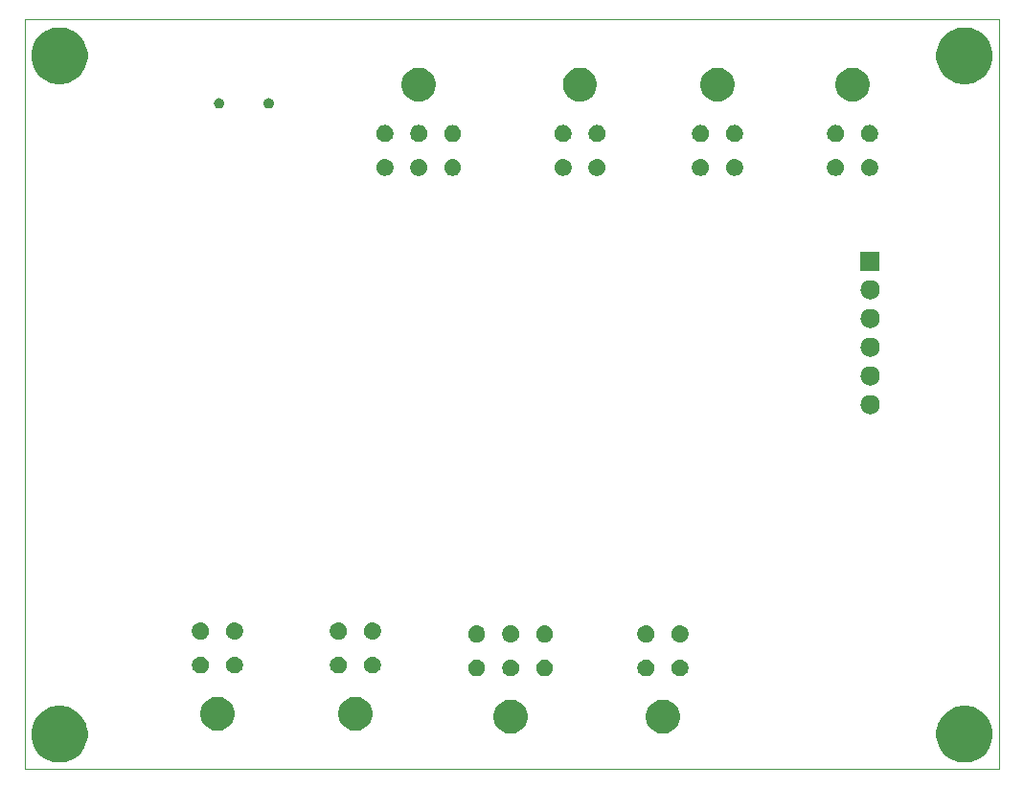
<source format=gbr>
G04 #@! TF.GenerationSoftware,KiCad,Pcbnew,(5.0.2)-1*
G04 #@! TF.CreationDate,2019-05-11T15:19:44-06:00*
G04 #@! TF.ProjectId,AndromedaV2.2,416e6472-6f6d-4656-9461-56322e322e6b,rev?*
G04 #@! TF.SameCoordinates,Original*
G04 #@! TF.FileFunction,Soldermask,Bot*
G04 #@! TF.FilePolarity,Negative*
%FSLAX46Y46*%
G04 Gerber Fmt 4.6, Leading zero omitted, Abs format (unit mm)*
G04 Created by KiCad (PCBNEW (5.0.2)-1) date 2019-05-11 3:19:44 PM*
%MOMM*%
%LPD*%
G01*
G04 APERTURE LIST*
%ADD10C,0.100000*%
G04 APERTURE END LIST*
D10*
X169926000Y-66548000D02*
X169926000Y-67818000D01*
X83820000Y-66548000D02*
X169926000Y-66548000D01*
X83820000Y-67818000D02*
X83820000Y-66548000D01*
X83820000Y-67818000D02*
X83820000Y-132842000D01*
X169926000Y-132842000D02*
X169926000Y-67818000D01*
X83820000Y-132842000D02*
X169926000Y-132842000D01*
G36*
X167436225Y-127358049D02*
X167597223Y-127390074D01*
X167785677Y-127468134D01*
X168052193Y-127578528D01*
X168461660Y-127852126D01*
X168809874Y-128200340D01*
X169083472Y-128609807D01*
X169193866Y-128876323D01*
X169225426Y-128952515D01*
X169271926Y-129064778D01*
X169368000Y-129547770D01*
X169368000Y-130040230D01*
X169271926Y-130523222D01*
X169083472Y-130978193D01*
X168809874Y-131387660D01*
X168461660Y-131735874D01*
X168052193Y-132009472D01*
X167785677Y-132119866D01*
X167597223Y-132197926D01*
X167436225Y-132229951D01*
X167114230Y-132294000D01*
X166621770Y-132294000D01*
X166299775Y-132229951D01*
X166138777Y-132197926D01*
X165950323Y-132119866D01*
X165683807Y-132009472D01*
X165274340Y-131735874D01*
X164926126Y-131387660D01*
X164652528Y-130978193D01*
X164464074Y-130523222D01*
X164368000Y-130040230D01*
X164368000Y-129547770D01*
X164464074Y-129064778D01*
X164510575Y-128952515D01*
X164542134Y-128876323D01*
X164652528Y-128609807D01*
X164926126Y-128200340D01*
X165274340Y-127852126D01*
X165683807Y-127578528D01*
X165950323Y-127468134D01*
X166138777Y-127390074D01*
X166299775Y-127358049D01*
X166621770Y-127294000D01*
X167114230Y-127294000D01*
X167436225Y-127358049D01*
X167436225Y-127358049D01*
G37*
G36*
X87436225Y-127358049D02*
X87597223Y-127390074D01*
X87785677Y-127468134D01*
X88052193Y-127578528D01*
X88461660Y-127852126D01*
X88809874Y-128200340D01*
X89083472Y-128609807D01*
X89193866Y-128876323D01*
X89225426Y-128952515D01*
X89271926Y-129064778D01*
X89368000Y-129547770D01*
X89368000Y-130040230D01*
X89271926Y-130523222D01*
X89083472Y-130978193D01*
X88809874Y-131387660D01*
X88461660Y-131735874D01*
X88052193Y-132009472D01*
X87785677Y-132119866D01*
X87597223Y-132197926D01*
X87436225Y-132229951D01*
X87114230Y-132294000D01*
X86621770Y-132294000D01*
X86299775Y-132229951D01*
X86138777Y-132197926D01*
X85950323Y-132119866D01*
X85683807Y-132009472D01*
X85274340Y-131735874D01*
X84926126Y-131387660D01*
X84652528Y-130978193D01*
X84464074Y-130523222D01*
X84368000Y-130040230D01*
X84368000Y-129547770D01*
X84464074Y-129064778D01*
X84510575Y-128952515D01*
X84542134Y-128876323D01*
X84652528Y-128609807D01*
X84926126Y-128200340D01*
X85274340Y-127852126D01*
X85683807Y-127578528D01*
X85950323Y-127468134D01*
X86138777Y-127390074D01*
X86299775Y-127358049D01*
X86621770Y-127294000D01*
X87114230Y-127294000D01*
X87436225Y-127358049D01*
X87436225Y-127358049D01*
G37*
G36*
X140548935Y-126780429D02*
X140645534Y-126799644D01*
X140918517Y-126912717D01*
X141096741Y-127031803D01*
X141164197Y-127076876D01*
X141373124Y-127285803D01*
X141537284Y-127531485D01*
X141556770Y-127578528D01*
X141650356Y-127804466D01*
X141708000Y-128094263D01*
X141708000Y-128389737D01*
X141650356Y-128679534D01*
X141642493Y-128698517D01*
X141537284Y-128952515D01*
X141373124Y-129198197D01*
X141164197Y-129407124D01*
X141164194Y-129407126D01*
X140918517Y-129571283D01*
X140645534Y-129684356D01*
X140548935Y-129703571D01*
X140355739Y-129742000D01*
X140060261Y-129742000D01*
X139867065Y-129703571D01*
X139770466Y-129684356D01*
X139497483Y-129571283D01*
X139251806Y-129407126D01*
X139251803Y-129407124D01*
X139042876Y-129198197D01*
X138878716Y-128952515D01*
X138773507Y-128698517D01*
X138765644Y-128679534D01*
X138708000Y-128389737D01*
X138708000Y-128094263D01*
X138765644Y-127804466D01*
X138859230Y-127578528D01*
X138878716Y-127531485D01*
X139042876Y-127285803D01*
X139251803Y-127076876D01*
X139319259Y-127031803D01*
X139497483Y-126912717D01*
X139770466Y-126799644D01*
X139867065Y-126780429D01*
X140060261Y-126742000D01*
X140355739Y-126742000D01*
X140548935Y-126780429D01*
X140548935Y-126780429D01*
G37*
G36*
X127086935Y-126780429D02*
X127183534Y-126799644D01*
X127456517Y-126912717D01*
X127634741Y-127031803D01*
X127702197Y-127076876D01*
X127911124Y-127285803D01*
X128075284Y-127531485D01*
X128094770Y-127578528D01*
X128188356Y-127804466D01*
X128246000Y-128094263D01*
X128246000Y-128389737D01*
X128188356Y-128679534D01*
X128180493Y-128698517D01*
X128075284Y-128952515D01*
X127911124Y-129198197D01*
X127702197Y-129407124D01*
X127702194Y-129407126D01*
X127456517Y-129571283D01*
X127183534Y-129684356D01*
X127086935Y-129703571D01*
X126893739Y-129742000D01*
X126598261Y-129742000D01*
X126405065Y-129703571D01*
X126308466Y-129684356D01*
X126035483Y-129571283D01*
X125789806Y-129407126D01*
X125789803Y-129407124D01*
X125580876Y-129198197D01*
X125416716Y-128952515D01*
X125311507Y-128698517D01*
X125303644Y-128679534D01*
X125246000Y-128389737D01*
X125246000Y-128094263D01*
X125303644Y-127804466D01*
X125397230Y-127578528D01*
X125416716Y-127531485D01*
X125580876Y-127285803D01*
X125789803Y-127076876D01*
X125857259Y-127031803D01*
X126035483Y-126912717D01*
X126308466Y-126799644D01*
X126405065Y-126780429D01*
X126598261Y-126742000D01*
X126893739Y-126742000D01*
X127086935Y-126780429D01*
X127086935Y-126780429D01*
G37*
G36*
X113370935Y-126526429D02*
X113467534Y-126545644D01*
X113740517Y-126658717D01*
X113865158Y-126742000D01*
X113986197Y-126822876D01*
X114195124Y-127031803D01*
X114359284Y-127277485D01*
X114366125Y-127294000D01*
X114464494Y-127531485D01*
X114472356Y-127550467D01*
X114530000Y-127840261D01*
X114530000Y-128135739D01*
X114472356Y-128425533D01*
X114359284Y-128698515D01*
X114195124Y-128944197D01*
X113986197Y-129153124D01*
X113986194Y-129153126D01*
X113740517Y-129317283D01*
X113467534Y-129430356D01*
X113370935Y-129449571D01*
X113177739Y-129488000D01*
X112882261Y-129488000D01*
X112689065Y-129449571D01*
X112592466Y-129430356D01*
X112319483Y-129317283D01*
X112073806Y-129153126D01*
X112073803Y-129153124D01*
X111864876Y-128944197D01*
X111700716Y-128698515D01*
X111587644Y-128425533D01*
X111530000Y-128135739D01*
X111530000Y-127840261D01*
X111587644Y-127550467D01*
X111595507Y-127531485D01*
X111693875Y-127294000D01*
X111700716Y-127277485D01*
X111864876Y-127031803D01*
X112073803Y-126822876D01*
X112194842Y-126742000D01*
X112319483Y-126658717D01*
X112592466Y-126545644D01*
X112689065Y-126526429D01*
X112882261Y-126488000D01*
X113177739Y-126488000D01*
X113370935Y-126526429D01*
X113370935Y-126526429D01*
G37*
G36*
X101178935Y-126526429D02*
X101275534Y-126545644D01*
X101548517Y-126658717D01*
X101673158Y-126742000D01*
X101794197Y-126822876D01*
X102003124Y-127031803D01*
X102167284Y-127277485D01*
X102174125Y-127294000D01*
X102272494Y-127531485D01*
X102280356Y-127550467D01*
X102338000Y-127840261D01*
X102338000Y-128135739D01*
X102280356Y-128425533D01*
X102167284Y-128698515D01*
X102003124Y-128944197D01*
X101794197Y-129153124D01*
X101794194Y-129153126D01*
X101548517Y-129317283D01*
X101275534Y-129430356D01*
X101178935Y-129449571D01*
X100985739Y-129488000D01*
X100690261Y-129488000D01*
X100497065Y-129449571D01*
X100400466Y-129430356D01*
X100127483Y-129317283D01*
X99881806Y-129153126D01*
X99881803Y-129153124D01*
X99672876Y-128944197D01*
X99508716Y-128698515D01*
X99395644Y-128425533D01*
X99338000Y-128135739D01*
X99338000Y-127840261D01*
X99395644Y-127550467D01*
X99403507Y-127531485D01*
X99501875Y-127294000D01*
X99508716Y-127277485D01*
X99672876Y-127031803D01*
X99881803Y-126822876D01*
X100002842Y-126742000D01*
X100127483Y-126658717D01*
X100400466Y-126545644D01*
X100497065Y-126526429D01*
X100690261Y-126488000D01*
X100985739Y-126488000D01*
X101178935Y-126526429D01*
X101178935Y-126526429D01*
G37*
G36*
X141854318Y-123186411D02*
X141926767Y-123200822D01*
X141983303Y-123224240D01*
X142063257Y-123257358D01*
X142186100Y-123339439D01*
X142290561Y-123443900D01*
X142372642Y-123566743D01*
X142429178Y-123703234D01*
X142458000Y-123848130D01*
X142458000Y-123995870D01*
X142429178Y-124140766D01*
X142372642Y-124277257D01*
X142290561Y-124400100D01*
X142186100Y-124504561D01*
X142063257Y-124586642D01*
X141983303Y-124619760D01*
X141926767Y-124643178D01*
X141854318Y-124657589D01*
X141781870Y-124672000D01*
X141634130Y-124672000D01*
X141561682Y-124657589D01*
X141489233Y-124643178D01*
X141432697Y-124619760D01*
X141352743Y-124586642D01*
X141229900Y-124504561D01*
X141125439Y-124400100D01*
X141043358Y-124277257D01*
X140986822Y-124140766D01*
X140958000Y-123995870D01*
X140958000Y-123848130D01*
X140986822Y-123703234D01*
X141043358Y-123566743D01*
X141125439Y-123443900D01*
X141229900Y-123339439D01*
X141352743Y-123257358D01*
X141432697Y-123224240D01*
X141489233Y-123200822D01*
X141561682Y-123186411D01*
X141634130Y-123172000D01*
X141781870Y-123172000D01*
X141854318Y-123186411D01*
X141854318Y-123186411D01*
G37*
G36*
X138854318Y-123186411D02*
X138926767Y-123200822D01*
X138983303Y-123224240D01*
X139063257Y-123257358D01*
X139186100Y-123339439D01*
X139290561Y-123443900D01*
X139372642Y-123566743D01*
X139429178Y-123703234D01*
X139458000Y-123848130D01*
X139458000Y-123995870D01*
X139429178Y-124140766D01*
X139372642Y-124277257D01*
X139290561Y-124400100D01*
X139186100Y-124504561D01*
X139063257Y-124586642D01*
X138983303Y-124619760D01*
X138926767Y-124643178D01*
X138854318Y-124657589D01*
X138781870Y-124672000D01*
X138634130Y-124672000D01*
X138561682Y-124657589D01*
X138489233Y-124643178D01*
X138432697Y-124619760D01*
X138352743Y-124586642D01*
X138229900Y-124504561D01*
X138125439Y-124400100D01*
X138043358Y-124277257D01*
X137986822Y-124140766D01*
X137958000Y-123995870D01*
X137958000Y-123848130D01*
X137986822Y-123703234D01*
X138043358Y-123566743D01*
X138125439Y-123443900D01*
X138229900Y-123339439D01*
X138352743Y-123257358D01*
X138432697Y-123224240D01*
X138489233Y-123200822D01*
X138561682Y-123186411D01*
X138634130Y-123172000D01*
X138781870Y-123172000D01*
X138854318Y-123186411D01*
X138854318Y-123186411D01*
G37*
G36*
X129892318Y-123186411D02*
X129964767Y-123200822D01*
X130021303Y-123224240D01*
X130101257Y-123257358D01*
X130224100Y-123339439D01*
X130328561Y-123443900D01*
X130410642Y-123566743D01*
X130467178Y-123703234D01*
X130496000Y-123848130D01*
X130496000Y-123995870D01*
X130467178Y-124140766D01*
X130410642Y-124277257D01*
X130328561Y-124400100D01*
X130224100Y-124504561D01*
X130101257Y-124586642D01*
X130021303Y-124619760D01*
X129964767Y-124643178D01*
X129892318Y-124657589D01*
X129819870Y-124672000D01*
X129672130Y-124672000D01*
X129599682Y-124657589D01*
X129527233Y-124643178D01*
X129470697Y-124619760D01*
X129390743Y-124586642D01*
X129267900Y-124504561D01*
X129163439Y-124400100D01*
X129081358Y-124277257D01*
X129024822Y-124140766D01*
X128996000Y-123995870D01*
X128996000Y-123848130D01*
X129024822Y-123703234D01*
X129081358Y-123566743D01*
X129163439Y-123443900D01*
X129267900Y-123339439D01*
X129390743Y-123257358D01*
X129470697Y-123224240D01*
X129527233Y-123200822D01*
X129599682Y-123186411D01*
X129672130Y-123172000D01*
X129819870Y-123172000D01*
X129892318Y-123186411D01*
X129892318Y-123186411D01*
G37*
G36*
X126892318Y-123186411D02*
X126964767Y-123200822D01*
X127021303Y-123224240D01*
X127101257Y-123257358D01*
X127224100Y-123339439D01*
X127328561Y-123443900D01*
X127410642Y-123566743D01*
X127467178Y-123703234D01*
X127496000Y-123848130D01*
X127496000Y-123995870D01*
X127467178Y-124140766D01*
X127410642Y-124277257D01*
X127328561Y-124400100D01*
X127224100Y-124504561D01*
X127101257Y-124586642D01*
X127021303Y-124619760D01*
X126964767Y-124643178D01*
X126892318Y-124657589D01*
X126819870Y-124672000D01*
X126672130Y-124672000D01*
X126599682Y-124657589D01*
X126527233Y-124643178D01*
X126470697Y-124619760D01*
X126390743Y-124586642D01*
X126267900Y-124504561D01*
X126163439Y-124400100D01*
X126081358Y-124277257D01*
X126024822Y-124140766D01*
X125996000Y-123995870D01*
X125996000Y-123848130D01*
X126024822Y-123703234D01*
X126081358Y-123566743D01*
X126163439Y-123443900D01*
X126267900Y-123339439D01*
X126390743Y-123257358D01*
X126470697Y-123224240D01*
X126527233Y-123200822D01*
X126599682Y-123186411D01*
X126672130Y-123172000D01*
X126819870Y-123172000D01*
X126892318Y-123186411D01*
X126892318Y-123186411D01*
G37*
G36*
X123892318Y-123186411D02*
X123964767Y-123200822D01*
X124021303Y-123224240D01*
X124101257Y-123257358D01*
X124224100Y-123339439D01*
X124328561Y-123443900D01*
X124410642Y-123566743D01*
X124467178Y-123703234D01*
X124496000Y-123848130D01*
X124496000Y-123995870D01*
X124467178Y-124140766D01*
X124410642Y-124277257D01*
X124328561Y-124400100D01*
X124224100Y-124504561D01*
X124101257Y-124586642D01*
X124021303Y-124619760D01*
X123964767Y-124643178D01*
X123892318Y-124657589D01*
X123819870Y-124672000D01*
X123672130Y-124672000D01*
X123599682Y-124657589D01*
X123527233Y-124643178D01*
X123470697Y-124619760D01*
X123390743Y-124586642D01*
X123267900Y-124504561D01*
X123163439Y-124400100D01*
X123081358Y-124277257D01*
X123024822Y-124140766D01*
X122996000Y-123995870D01*
X122996000Y-123848130D01*
X123024822Y-123703234D01*
X123081358Y-123566743D01*
X123163439Y-123443900D01*
X123267900Y-123339439D01*
X123390743Y-123257358D01*
X123470697Y-123224240D01*
X123527233Y-123200822D01*
X123599682Y-123186411D01*
X123672130Y-123172000D01*
X123819870Y-123172000D01*
X123892318Y-123186411D01*
X123892318Y-123186411D01*
G37*
G36*
X111676318Y-122932411D02*
X111748767Y-122946822D01*
X111805303Y-122970240D01*
X111885257Y-123003358D01*
X112008100Y-123085439D01*
X112112561Y-123189900D01*
X112194642Y-123312743D01*
X112251178Y-123449234D01*
X112280000Y-123594130D01*
X112280000Y-123741870D01*
X112251178Y-123886766D01*
X112194642Y-124023257D01*
X112112561Y-124146100D01*
X112008100Y-124250561D01*
X111885257Y-124332642D01*
X111805303Y-124365760D01*
X111748767Y-124389178D01*
X111693873Y-124400097D01*
X111603870Y-124418000D01*
X111456130Y-124418000D01*
X111366127Y-124400097D01*
X111311233Y-124389178D01*
X111254697Y-124365760D01*
X111174743Y-124332642D01*
X111051900Y-124250561D01*
X110947439Y-124146100D01*
X110865358Y-124023257D01*
X110808822Y-123886766D01*
X110780000Y-123741870D01*
X110780000Y-123594130D01*
X110808822Y-123449234D01*
X110865358Y-123312743D01*
X110947439Y-123189900D01*
X111051900Y-123085439D01*
X111174743Y-123003358D01*
X111254697Y-122970240D01*
X111311233Y-122946822D01*
X111383682Y-122932411D01*
X111456130Y-122918000D01*
X111603870Y-122918000D01*
X111676318Y-122932411D01*
X111676318Y-122932411D01*
G37*
G36*
X99484318Y-122932411D02*
X99556767Y-122946822D01*
X99613303Y-122970240D01*
X99693257Y-123003358D01*
X99816100Y-123085439D01*
X99920561Y-123189900D01*
X100002642Y-123312743D01*
X100059178Y-123449234D01*
X100088000Y-123594130D01*
X100088000Y-123741870D01*
X100059178Y-123886766D01*
X100002642Y-124023257D01*
X99920561Y-124146100D01*
X99816100Y-124250561D01*
X99693257Y-124332642D01*
X99613303Y-124365760D01*
X99556767Y-124389178D01*
X99501873Y-124400097D01*
X99411870Y-124418000D01*
X99264130Y-124418000D01*
X99174127Y-124400097D01*
X99119233Y-124389178D01*
X99062697Y-124365760D01*
X98982743Y-124332642D01*
X98859900Y-124250561D01*
X98755439Y-124146100D01*
X98673358Y-124023257D01*
X98616822Y-123886766D01*
X98588000Y-123741870D01*
X98588000Y-123594130D01*
X98616822Y-123449234D01*
X98673358Y-123312743D01*
X98755439Y-123189900D01*
X98859900Y-123085439D01*
X98982743Y-123003358D01*
X99062697Y-122970240D01*
X99119233Y-122946822D01*
X99191682Y-122932411D01*
X99264130Y-122918000D01*
X99411870Y-122918000D01*
X99484318Y-122932411D01*
X99484318Y-122932411D01*
G37*
G36*
X102484318Y-122932411D02*
X102556767Y-122946822D01*
X102613303Y-122970240D01*
X102693257Y-123003358D01*
X102816100Y-123085439D01*
X102920561Y-123189900D01*
X103002642Y-123312743D01*
X103059178Y-123449234D01*
X103088000Y-123594130D01*
X103088000Y-123741870D01*
X103059178Y-123886766D01*
X103002642Y-124023257D01*
X102920561Y-124146100D01*
X102816100Y-124250561D01*
X102693257Y-124332642D01*
X102613303Y-124365760D01*
X102556767Y-124389178D01*
X102501873Y-124400097D01*
X102411870Y-124418000D01*
X102264130Y-124418000D01*
X102174127Y-124400097D01*
X102119233Y-124389178D01*
X102062697Y-124365760D01*
X101982743Y-124332642D01*
X101859900Y-124250561D01*
X101755439Y-124146100D01*
X101673358Y-124023257D01*
X101616822Y-123886766D01*
X101588000Y-123741870D01*
X101588000Y-123594130D01*
X101616822Y-123449234D01*
X101673358Y-123312743D01*
X101755439Y-123189900D01*
X101859900Y-123085439D01*
X101982743Y-123003358D01*
X102062697Y-122970240D01*
X102119233Y-122946822D01*
X102191682Y-122932411D01*
X102264130Y-122918000D01*
X102411870Y-122918000D01*
X102484318Y-122932411D01*
X102484318Y-122932411D01*
G37*
G36*
X114676318Y-122932411D02*
X114748767Y-122946822D01*
X114805303Y-122970240D01*
X114885257Y-123003358D01*
X115008100Y-123085439D01*
X115112561Y-123189900D01*
X115194642Y-123312743D01*
X115251178Y-123449234D01*
X115280000Y-123594130D01*
X115280000Y-123741870D01*
X115251178Y-123886766D01*
X115194642Y-124023257D01*
X115112561Y-124146100D01*
X115008100Y-124250561D01*
X114885257Y-124332642D01*
X114805303Y-124365760D01*
X114748767Y-124389178D01*
X114693873Y-124400097D01*
X114603870Y-124418000D01*
X114456130Y-124418000D01*
X114366127Y-124400097D01*
X114311233Y-124389178D01*
X114254697Y-124365760D01*
X114174743Y-124332642D01*
X114051900Y-124250561D01*
X113947439Y-124146100D01*
X113865358Y-124023257D01*
X113808822Y-123886766D01*
X113780000Y-123741870D01*
X113780000Y-123594130D01*
X113808822Y-123449234D01*
X113865358Y-123312743D01*
X113947439Y-123189900D01*
X114051900Y-123085439D01*
X114174743Y-123003358D01*
X114254697Y-122970240D01*
X114311233Y-122946822D01*
X114383682Y-122932411D01*
X114456130Y-122918000D01*
X114603870Y-122918000D01*
X114676318Y-122932411D01*
X114676318Y-122932411D01*
G37*
G36*
X126892318Y-120186411D02*
X126964767Y-120200822D01*
X127021303Y-120224240D01*
X127101257Y-120257358D01*
X127224100Y-120339439D01*
X127328561Y-120443900D01*
X127410642Y-120566743D01*
X127467178Y-120703234D01*
X127496000Y-120848130D01*
X127496000Y-120995870D01*
X127467178Y-121140766D01*
X127410642Y-121277257D01*
X127328561Y-121400100D01*
X127224100Y-121504561D01*
X127101257Y-121586642D01*
X127021303Y-121619760D01*
X126964767Y-121643178D01*
X126892318Y-121657589D01*
X126819870Y-121672000D01*
X126672130Y-121672000D01*
X126599682Y-121657589D01*
X126527233Y-121643178D01*
X126470697Y-121619760D01*
X126390743Y-121586642D01*
X126267900Y-121504561D01*
X126163439Y-121400100D01*
X126081358Y-121277257D01*
X126024822Y-121140766D01*
X125996000Y-120995870D01*
X125996000Y-120848130D01*
X126024822Y-120703234D01*
X126081358Y-120566743D01*
X126163439Y-120443900D01*
X126267900Y-120339439D01*
X126390743Y-120257358D01*
X126470697Y-120224240D01*
X126527233Y-120200822D01*
X126599682Y-120186411D01*
X126672130Y-120172000D01*
X126819870Y-120172000D01*
X126892318Y-120186411D01*
X126892318Y-120186411D01*
G37*
G36*
X129892318Y-120186411D02*
X129964767Y-120200822D01*
X130021303Y-120224240D01*
X130101257Y-120257358D01*
X130224100Y-120339439D01*
X130328561Y-120443900D01*
X130410642Y-120566743D01*
X130467178Y-120703234D01*
X130496000Y-120848130D01*
X130496000Y-120995870D01*
X130467178Y-121140766D01*
X130410642Y-121277257D01*
X130328561Y-121400100D01*
X130224100Y-121504561D01*
X130101257Y-121586642D01*
X130021303Y-121619760D01*
X129964767Y-121643178D01*
X129892318Y-121657589D01*
X129819870Y-121672000D01*
X129672130Y-121672000D01*
X129599682Y-121657589D01*
X129527233Y-121643178D01*
X129470697Y-121619760D01*
X129390743Y-121586642D01*
X129267900Y-121504561D01*
X129163439Y-121400100D01*
X129081358Y-121277257D01*
X129024822Y-121140766D01*
X128996000Y-120995870D01*
X128996000Y-120848130D01*
X129024822Y-120703234D01*
X129081358Y-120566743D01*
X129163439Y-120443900D01*
X129267900Y-120339439D01*
X129390743Y-120257358D01*
X129470697Y-120224240D01*
X129527233Y-120200822D01*
X129599682Y-120186411D01*
X129672130Y-120172000D01*
X129819870Y-120172000D01*
X129892318Y-120186411D01*
X129892318Y-120186411D01*
G37*
G36*
X138854318Y-120186411D02*
X138926767Y-120200822D01*
X138983303Y-120224240D01*
X139063257Y-120257358D01*
X139186100Y-120339439D01*
X139290561Y-120443900D01*
X139372642Y-120566743D01*
X139429178Y-120703234D01*
X139458000Y-120848130D01*
X139458000Y-120995870D01*
X139429178Y-121140766D01*
X139372642Y-121277257D01*
X139290561Y-121400100D01*
X139186100Y-121504561D01*
X139063257Y-121586642D01*
X138983303Y-121619760D01*
X138926767Y-121643178D01*
X138854318Y-121657589D01*
X138781870Y-121672000D01*
X138634130Y-121672000D01*
X138561682Y-121657589D01*
X138489233Y-121643178D01*
X138432697Y-121619760D01*
X138352743Y-121586642D01*
X138229900Y-121504561D01*
X138125439Y-121400100D01*
X138043358Y-121277257D01*
X137986822Y-121140766D01*
X137958000Y-120995870D01*
X137958000Y-120848130D01*
X137986822Y-120703234D01*
X138043358Y-120566743D01*
X138125439Y-120443900D01*
X138229900Y-120339439D01*
X138352743Y-120257358D01*
X138432697Y-120224240D01*
X138489233Y-120200822D01*
X138561682Y-120186411D01*
X138634130Y-120172000D01*
X138781870Y-120172000D01*
X138854318Y-120186411D01*
X138854318Y-120186411D01*
G37*
G36*
X141854318Y-120186411D02*
X141926767Y-120200822D01*
X141983303Y-120224240D01*
X142063257Y-120257358D01*
X142186100Y-120339439D01*
X142290561Y-120443900D01*
X142372642Y-120566743D01*
X142429178Y-120703234D01*
X142458000Y-120848130D01*
X142458000Y-120995870D01*
X142429178Y-121140766D01*
X142372642Y-121277257D01*
X142290561Y-121400100D01*
X142186100Y-121504561D01*
X142063257Y-121586642D01*
X141983303Y-121619760D01*
X141926767Y-121643178D01*
X141854318Y-121657589D01*
X141781870Y-121672000D01*
X141634130Y-121672000D01*
X141561682Y-121657589D01*
X141489233Y-121643178D01*
X141432697Y-121619760D01*
X141352743Y-121586642D01*
X141229900Y-121504561D01*
X141125439Y-121400100D01*
X141043358Y-121277257D01*
X140986822Y-121140766D01*
X140958000Y-120995870D01*
X140958000Y-120848130D01*
X140986822Y-120703234D01*
X141043358Y-120566743D01*
X141125439Y-120443900D01*
X141229900Y-120339439D01*
X141352743Y-120257358D01*
X141432697Y-120224240D01*
X141489233Y-120200822D01*
X141561682Y-120186411D01*
X141634130Y-120172000D01*
X141781870Y-120172000D01*
X141854318Y-120186411D01*
X141854318Y-120186411D01*
G37*
G36*
X123892318Y-120186411D02*
X123964767Y-120200822D01*
X124021303Y-120224240D01*
X124101257Y-120257358D01*
X124224100Y-120339439D01*
X124328561Y-120443900D01*
X124410642Y-120566743D01*
X124467178Y-120703234D01*
X124496000Y-120848130D01*
X124496000Y-120995870D01*
X124467178Y-121140766D01*
X124410642Y-121277257D01*
X124328561Y-121400100D01*
X124224100Y-121504561D01*
X124101257Y-121586642D01*
X124021303Y-121619760D01*
X123964767Y-121643178D01*
X123892318Y-121657589D01*
X123819870Y-121672000D01*
X123672130Y-121672000D01*
X123599682Y-121657589D01*
X123527233Y-121643178D01*
X123470697Y-121619760D01*
X123390743Y-121586642D01*
X123267900Y-121504561D01*
X123163439Y-121400100D01*
X123081358Y-121277257D01*
X123024822Y-121140766D01*
X122996000Y-120995870D01*
X122996000Y-120848130D01*
X123024822Y-120703234D01*
X123081358Y-120566743D01*
X123163439Y-120443900D01*
X123267900Y-120339439D01*
X123390743Y-120257358D01*
X123470697Y-120224240D01*
X123527233Y-120200822D01*
X123599682Y-120186411D01*
X123672130Y-120172000D01*
X123819870Y-120172000D01*
X123892318Y-120186411D01*
X123892318Y-120186411D01*
G37*
G36*
X114676318Y-119932411D02*
X114748767Y-119946822D01*
X114805303Y-119970240D01*
X114885257Y-120003358D01*
X115008100Y-120085439D01*
X115112561Y-120189900D01*
X115194642Y-120312743D01*
X115251178Y-120449234D01*
X115280000Y-120594130D01*
X115280000Y-120741870D01*
X115251178Y-120886766D01*
X115194642Y-121023257D01*
X115112561Y-121146100D01*
X115008100Y-121250561D01*
X114885257Y-121332642D01*
X114805303Y-121365760D01*
X114748767Y-121389178D01*
X114693873Y-121400097D01*
X114603870Y-121418000D01*
X114456130Y-121418000D01*
X114366127Y-121400097D01*
X114311233Y-121389178D01*
X114254697Y-121365760D01*
X114174743Y-121332642D01*
X114051900Y-121250561D01*
X113947439Y-121146100D01*
X113865358Y-121023257D01*
X113808822Y-120886766D01*
X113780000Y-120741870D01*
X113780000Y-120594130D01*
X113808822Y-120449234D01*
X113865358Y-120312743D01*
X113947439Y-120189900D01*
X114051900Y-120085439D01*
X114174743Y-120003358D01*
X114254697Y-119970240D01*
X114311233Y-119946822D01*
X114383682Y-119932411D01*
X114456130Y-119918000D01*
X114603870Y-119918000D01*
X114676318Y-119932411D01*
X114676318Y-119932411D01*
G37*
G36*
X111676318Y-119932411D02*
X111748767Y-119946822D01*
X111805303Y-119970240D01*
X111885257Y-120003358D01*
X112008100Y-120085439D01*
X112112561Y-120189900D01*
X112194642Y-120312743D01*
X112251178Y-120449234D01*
X112280000Y-120594130D01*
X112280000Y-120741870D01*
X112251178Y-120886766D01*
X112194642Y-121023257D01*
X112112561Y-121146100D01*
X112008100Y-121250561D01*
X111885257Y-121332642D01*
X111805303Y-121365760D01*
X111748767Y-121389178D01*
X111693873Y-121400097D01*
X111603870Y-121418000D01*
X111456130Y-121418000D01*
X111366127Y-121400097D01*
X111311233Y-121389178D01*
X111254697Y-121365760D01*
X111174743Y-121332642D01*
X111051900Y-121250561D01*
X110947439Y-121146100D01*
X110865358Y-121023257D01*
X110808822Y-120886766D01*
X110780000Y-120741870D01*
X110780000Y-120594130D01*
X110808822Y-120449234D01*
X110865358Y-120312743D01*
X110947439Y-120189900D01*
X111051900Y-120085439D01*
X111174743Y-120003358D01*
X111254697Y-119970240D01*
X111311233Y-119946822D01*
X111383682Y-119932411D01*
X111456130Y-119918000D01*
X111603870Y-119918000D01*
X111676318Y-119932411D01*
X111676318Y-119932411D01*
G37*
G36*
X102484318Y-119932411D02*
X102556767Y-119946822D01*
X102613303Y-119970240D01*
X102693257Y-120003358D01*
X102816100Y-120085439D01*
X102920561Y-120189900D01*
X103002642Y-120312743D01*
X103059178Y-120449234D01*
X103088000Y-120594130D01*
X103088000Y-120741870D01*
X103059178Y-120886766D01*
X103002642Y-121023257D01*
X102920561Y-121146100D01*
X102816100Y-121250561D01*
X102693257Y-121332642D01*
X102613303Y-121365760D01*
X102556767Y-121389178D01*
X102501873Y-121400097D01*
X102411870Y-121418000D01*
X102264130Y-121418000D01*
X102174127Y-121400097D01*
X102119233Y-121389178D01*
X102062697Y-121365760D01*
X101982743Y-121332642D01*
X101859900Y-121250561D01*
X101755439Y-121146100D01*
X101673358Y-121023257D01*
X101616822Y-120886766D01*
X101588000Y-120741870D01*
X101588000Y-120594130D01*
X101616822Y-120449234D01*
X101673358Y-120312743D01*
X101755439Y-120189900D01*
X101859900Y-120085439D01*
X101982743Y-120003358D01*
X102062697Y-119970240D01*
X102119233Y-119946822D01*
X102191682Y-119932411D01*
X102264130Y-119918000D01*
X102411870Y-119918000D01*
X102484318Y-119932411D01*
X102484318Y-119932411D01*
G37*
G36*
X99484318Y-119932411D02*
X99556767Y-119946822D01*
X99613303Y-119970240D01*
X99693257Y-120003358D01*
X99816100Y-120085439D01*
X99920561Y-120189900D01*
X100002642Y-120312743D01*
X100059178Y-120449234D01*
X100088000Y-120594130D01*
X100088000Y-120741870D01*
X100059178Y-120886766D01*
X100002642Y-121023257D01*
X99920561Y-121146100D01*
X99816100Y-121250561D01*
X99693257Y-121332642D01*
X99613303Y-121365760D01*
X99556767Y-121389178D01*
X99501873Y-121400097D01*
X99411870Y-121418000D01*
X99264130Y-121418000D01*
X99174127Y-121400097D01*
X99119233Y-121389178D01*
X99062697Y-121365760D01*
X98982743Y-121332642D01*
X98859900Y-121250561D01*
X98755439Y-121146100D01*
X98673358Y-121023257D01*
X98616822Y-120886766D01*
X98588000Y-120741870D01*
X98588000Y-120594130D01*
X98616822Y-120449234D01*
X98673358Y-120312743D01*
X98755439Y-120189900D01*
X98859900Y-120085439D01*
X98982743Y-120003358D01*
X99062697Y-119970240D01*
X99119233Y-119946822D01*
X99191682Y-119932411D01*
X99264130Y-119918000D01*
X99411870Y-119918000D01*
X99484318Y-119932411D01*
X99484318Y-119932411D01*
G37*
G36*
X158691630Y-99812299D02*
X158851855Y-99860903D01*
X158999520Y-99939831D01*
X159128949Y-100046051D01*
X159235169Y-100175480D01*
X159314097Y-100323145D01*
X159362701Y-100483370D01*
X159379112Y-100650000D01*
X159362701Y-100816630D01*
X159314097Y-100976855D01*
X159235169Y-101124520D01*
X159128949Y-101253949D01*
X158999520Y-101360169D01*
X158851855Y-101439097D01*
X158691630Y-101487701D01*
X158566752Y-101500000D01*
X158483248Y-101500000D01*
X158358370Y-101487701D01*
X158198145Y-101439097D01*
X158050480Y-101360169D01*
X157921051Y-101253949D01*
X157814831Y-101124520D01*
X157735903Y-100976855D01*
X157687299Y-100816630D01*
X157670888Y-100650000D01*
X157687299Y-100483370D01*
X157735903Y-100323145D01*
X157814831Y-100175480D01*
X157921051Y-100046051D01*
X158050480Y-99939831D01*
X158198145Y-99860903D01*
X158358370Y-99812299D01*
X158483248Y-99800000D01*
X158566752Y-99800000D01*
X158691630Y-99812299D01*
X158691630Y-99812299D01*
G37*
G36*
X158691630Y-97272299D02*
X158851855Y-97320903D01*
X158999520Y-97399831D01*
X159128949Y-97506051D01*
X159235169Y-97635480D01*
X159314097Y-97783145D01*
X159362701Y-97943370D01*
X159379112Y-98110000D01*
X159362701Y-98276630D01*
X159314097Y-98436855D01*
X159235169Y-98584520D01*
X159128949Y-98713949D01*
X158999520Y-98820169D01*
X158851855Y-98899097D01*
X158691630Y-98947701D01*
X158566752Y-98960000D01*
X158483248Y-98960000D01*
X158358370Y-98947701D01*
X158198145Y-98899097D01*
X158050480Y-98820169D01*
X157921051Y-98713949D01*
X157814831Y-98584520D01*
X157735903Y-98436855D01*
X157687299Y-98276630D01*
X157670888Y-98110000D01*
X157687299Y-97943370D01*
X157735903Y-97783145D01*
X157814831Y-97635480D01*
X157921051Y-97506051D01*
X158050480Y-97399831D01*
X158198145Y-97320903D01*
X158358370Y-97272299D01*
X158483248Y-97260000D01*
X158566752Y-97260000D01*
X158691630Y-97272299D01*
X158691630Y-97272299D01*
G37*
G36*
X158691630Y-94732299D02*
X158851855Y-94780903D01*
X158999520Y-94859831D01*
X159128949Y-94966051D01*
X159235169Y-95095480D01*
X159314097Y-95243145D01*
X159362701Y-95403370D01*
X159379112Y-95570000D01*
X159362701Y-95736630D01*
X159314097Y-95896855D01*
X159235169Y-96044520D01*
X159128949Y-96173949D01*
X158999520Y-96280169D01*
X158851855Y-96359097D01*
X158691630Y-96407701D01*
X158566752Y-96420000D01*
X158483248Y-96420000D01*
X158358370Y-96407701D01*
X158198145Y-96359097D01*
X158050480Y-96280169D01*
X157921051Y-96173949D01*
X157814831Y-96044520D01*
X157735903Y-95896855D01*
X157687299Y-95736630D01*
X157670888Y-95570000D01*
X157687299Y-95403370D01*
X157735903Y-95243145D01*
X157814831Y-95095480D01*
X157921051Y-94966051D01*
X158050480Y-94859831D01*
X158198145Y-94780903D01*
X158358370Y-94732299D01*
X158483248Y-94720000D01*
X158566752Y-94720000D01*
X158691630Y-94732299D01*
X158691630Y-94732299D01*
G37*
G36*
X158691630Y-92192299D02*
X158851855Y-92240903D01*
X158999520Y-92319831D01*
X159128949Y-92426051D01*
X159235169Y-92555480D01*
X159314097Y-92703145D01*
X159362701Y-92863370D01*
X159379112Y-93030000D01*
X159362701Y-93196630D01*
X159314097Y-93356855D01*
X159235169Y-93504520D01*
X159128949Y-93633949D01*
X158999520Y-93740169D01*
X158851855Y-93819097D01*
X158691630Y-93867701D01*
X158566752Y-93880000D01*
X158483248Y-93880000D01*
X158358370Y-93867701D01*
X158198145Y-93819097D01*
X158050480Y-93740169D01*
X157921051Y-93633949D01*
X157814831Y-93504520D01*
X157735903Y-93356855D01*
X157687299Y-93196630D01*
X157670888Y-93030000D01*
X157687299Y-92863370D01*
X157735903Y-92703145D01*
X157814831Y-92555480D01*
X157921051Y-92426051D01*
X158050480Y-92319831D01*
X158198145Y-92240903D01*
X158358370Y-92192299D01*
X158483248Y-92180000D01*
X158566752Y-92180000D01*
X158691630Y-92192299D01*
X158691630Y-92192299D01*
G37*
G36*
X158691630Y-89652299D02*
X158851855Y-89700903D01*
X158999520Y-89779831D01*
X159128949Y-89886051D01*
X159235169Y-90015480D01*
X159314097Y-90163145D01*
X159362701Y-90323370D01*
X159379112Y-90490000D01*
X159362701Y-90656630D01*
X159314097Y-90816855D01*
X159235169Y-90964520D01*
X159128949Y-91093949D01*
X158999520Y-91200169D01*
X158851855Y-91279097D01*
X158691630Y-91327701D01*
X158566752Y-91340000D01*
X158483248Y-91340000D01*
X158358370Y-91327701D01*
X158198145Y-91279097D01*
X158050480Y-91200169D01*
X157921051Y-91093949D01*
X157814831Y-90964520D01*
X157735903Y-90816855D01*
X157687299Y-90656630D01*
X157670888Y-90490000D01*
X157687299Y-90323370D01*
X157735903Y-90163145D01*
X157814831Y-90015480D01*
X157921051Y-89886051D01*
X158050480Y-89779831D01*
X158198145Y-89700903D01*
X158358370Y-89652299D01*
X158483248Y-89640000D01*
X158566752Y-89640000D01*
X158691630Y-89652299D01*
X158691630Y-89652299D01*
G37*
G36*
X159375000Y-88800000D02*
X157675000Y-88800000D01*
X157675000Y-87100000D01*
X159375000Y-87100000D01*
X159375000Y-88800000D01*
X159375000Y-88800000D01*
G37*
G36*
X155618318Y-78934411D02*
X155690767Y-78948822D01*
X155747303Y-78972240D01*
X155827257Y-79005358D01*
X155950100Y-79087439D01*
X156054561Y-79191900D01*
X156136642Y-79314743D01*
X156193178Y-79451234D01*
X156222000Y-79596130D01*
X156222000Y-79743870D01*
X156193178Y-79888766D01*
X156136642Y-80025257D01*
X156054561Y-80148100D01*
X155950100Y-80252561D01*
X155827257Y-80334642D01*
X155747303Y-80367760D01*
X155690767Y-80391178D01*
X155618318Y-80405589D01*
X155545870Y-80420000D01*
X155398130Y-80420000D01*
X155325682Y-80405589D01*
X155253233Y-80391178D01*
X155196697Y-80367760D01*
X155116743Y-80334642D01*
X154993900Y-80252561D01*
X154889439Y-80148100D01*
X154807358Y-80025257D01*
X154750822Y-79888766D01*
X154722000Y-79743870D01*
X154722000Y-79596130D01*
X154750822Y-79451234D01*
X154807358Y-79314743D01*
X154889439Y-79191900D01*
X154993900Y-79087439D01*
X155116743Y-79005358D01*
X155196697Y-78972240D01*
X155253233Y-78948822D01*
X155325682Y-78934411D01*
X155398130Y-78920000D01*
X155545870Y-78920000D01*
X155618318Y-78934411D01*
X155618318Y-78934411D01*
G37*
G36*
X143680318Y-78934411D02*
X143752767Y-78948822D01*
X143809303Y-78972240D01*
X143889257Y-79005358D01*
X144012100Y-79087439D01*
X144116561Y-79191900D01*
X144198642Y-79314743D01*
X144255178Y-79451234D01*
X144284000Y-79596130D01*
X144284000Y-79743870D01*
X144255178Y-79888766D01*
X144198642Y-80025257D01*
X144116561Y-80148100D01*
X144012100Y-80252561D01*
X143889257Y-80334642D01*
X143809303Y-80367760D01*
X143752767Y-80391178D01*
X143680318Y-80405589D01*
X143607870Y-80420000D01*
X143460130Y-80420000D01*
X143387682Y-80405589D01*
X143315233Y-80391178D01*
X143258697Y-80367760D01*
X143178743Y-80334642D01*
X143055900Y-80252561D01*
X142951439Y-80148100D01*
X142869358Y-80025257D01*
X142812822Y-79888766D01*
X142784000Y-79743870D01*
X142784000Y-79596130D01*
X142812822Y-79451234D01*
X142869358Y-79314743D01*
X142951439Y-79191900D01*
X143055900Y-79087439D01*
X143178743Y-79005358D01*
X143258697Y-78972240D01*
X143315233Y-78948822D01*
X143387682Y-78934411D01*
X143460130Y-78920000D01*
X143607870Y-78920000D01*
X143680318Y-78934411D01*
X143680318Y-78934411D01*
G37*
G36*
X158618318Y-78934411D02*
X158690767Y-78948822D01*
X158747303Y-78972240D01*
X158827257Y-79005358D01*
X158950100Y-79087439D01*
X159054561Y-79191900D01*
X159136642Y-79314743D01*
X159193178Y-79451234D01*
X159222000Y-79596130D01*
X159222000Y-79743870D01*
X159193178Y-79888766D01*
X159136642Y-80025257D01*
X159054561Y-80148100D01*
X158950100Y-80252561D01*
X158827257Y-80334642D01*
X158747303Y-80367760D01*
X158690767Y-80391178D01*
X158618318Y-80405589D01*
X158545870Y-80420000D01*
X158398130Y-80420000D01*
X158325682Y-80405589D01*
X158253233Y-80391178D01*
X158196697Y-80367760D01*
X158116743Y-80334642D01*
X157993900Y-80252561D01*
X157889439Y-80148100D01*
X157807358Y-80025257D01*
X157750822Y-79888766D01*
X157722000Y-79743870D01*
X157722000Y-79596130D01*
X157750822Y-79451234D01*
X157807358Y-79314743D01*
X157889439Y-79191900D01*
X157993900Y-79087439D01*
X158116743Y-79005358D01*
X158196697Y-78972240D01*
X158253233Y-78948822D01*
X158325682Y-78934411D01*
X158398130Y-78920000D01*
X158545870Y-78920000D01*
X158618318Y-78934411D01*
X158618318Y-78934411D01*
G37*
G36*
X146680318Y-78934411D02*
X146752767Y-78948822D01*
X146809303Y-78972240D01*
X146889257Y-79005358D01*
X147012100Y-79087439D01*
X147116561Y-79191900D01*
X147198642Y-79314743D01*
X147255178Y-79451234D01*
X147284000Y-79596130D01*
X147284000Y-79743870D01*
X147255178Y-79888766D01*
X147198642Y-80025257D01*
X147116561Y-80148100D01*
X147012100Y-80252561D01*
X146889257Y-80334642D01*
X146809303Y-80367760D01*
X146752767Y-80391178D01*
X146680318Y-80405589D01*
X146607870Y-80420000D01*
X146460130Y-80420000D01*
X146387682Y-80405589D01*
X146315233Y-80391178D01*
X146258697Y-80367760D01*
X146178743Y-80334642D01*
X146055900Y-80252561D01*
X145951439Y-80148100D01*
X145869358Y-80025257D01*
X145812822Y-79888766D01*
X145784000Y-79743870D01*
X145784000Y-79596130D01*
X145812822Y-79451234D01*
X145869358Y-79314743D01*
X145951439Y-79191900D01*
X146055900Y-79087439D01*
X146178743Y-79005358D01*
X146258697Y-78972240D01*
X146315233Y-78948822D01*
X146387682Y-78934411D01*
X146460130Y-78920000D01*
X146607870Y-78920000D01*
X146680318Y-78934411D01*
X146680318Y-78934411D01*
G37*
G36*
X115771318Y-78934411D02*
X115843767Y-78948822D01*
X115900303Y-78972240D01*
X115980257Y-79005358D01*
X116103100Y-79087439D01*
X116207561Y-79191900D01*
X116289642Y-79314743D01*
X116346178Y-79451234D01*
X116375000Y-79596130D01*
X116375000Y-79743870D01*
X116346178Y-79888766D01*
X116289642Y-80025257D01*
X116207561Y-80148100D01*
X116103100Y-80252561D01*
X115980257Y-80334642D01*
X115900303Y-80367760D01*
X115843767Y-80391178D01*
X115771318Y-80405589D01*
X115698870Y-80420000D01*
X115551130Y-80420000D01*
X115478682Y-80405589D01*
X115406233Y-80391178D01*
X115349697Y-80367760D01*
X115269743Y-80334642D01*
X115146900Y-80252561D01*
X115042439Y-80148100D01*
X114960358Y-80025257D01*
X114903822Y-79888766D01*
X114875000Y-79743870D01*
X114875000Y-79596130D01*
X114903822Y-79451234D01*
X114960358Y-79314743D01*
X115042439Y-79191900D01*
X115146900Y-79087439D01*
X115269743Y-79005358D01*
X115349697Y-78972240D01*
X115406233Y-78948822D01*
X115478682Y-78934411D01*
X115551130Y-78920000D01*
X115698870Y-78920000D01*
X115771318Y-78934411D01*
X115771318Y-78934411D01*
G37*
G36*
X118771318Y-78934411D02*
X118843767Y-78948822D01*
X118900303Y-78972240D01*
X118980257Y-79005358D01*
X119103100Y-79087439D01*
X119207561Y-79191900D01*
X119289642Y-79314743D01*
X119346178Y-79451234D01*
X119375000Y-79596130D01*
X119375000Y-79743870D01*
X119346178Y-79888766D01*
X119289642Y-80025257D01*
X119207561Y-80148100D01*
X119103100Y-80252561D01*
X118980257Y-80334642D01*
X118900303Y-80367760D01*
X118843767Y-80391178D01*
X118771318Y-80405589D01*
X118698870Y-80420000D01*
X118551130Y-80420000D01*
X118478682Y-80405589D01*
X118406233Y-80391178D01*
X118349697Y-80367760D01*
X118269743Y-80334642D01*
X118146900Y-80252561D01*
X118042439Y-80148100D01*
X117960358Y-80025257D01*
X117903822Y-79888766D01*
X117875000Y-79743870D01*
X117875000Y-79596130D01*
X117903822Y-79451234D01*
X117960358Y-79314743D01*
X118042439Y-79191900D01*
X118146900Y-79087439D01*
X118269743Y-79005358D01*
X118349697Y-78972240D01*
X118406233Y-78948822D01*
X118478682Y-78934411D01*
X118551130Y-78920000D01*
X118698870Y-78920000D01*
X118771318Y-78934411D01*
X118771318Y-78934411D01*
G37*
G36*
X121771318Y-78934411D02*
X121843767Y-78948822D01*
X121900303Y-78972240D01*
X121980257Y-79005358D01*
X122103100Y-79087439D01*
X122207561Y-79191900D01*
X122289642Y-79314743D01*
X122346178Y-79451234D01*
X122375000Y-79596130D01*
X122375000Y-79743870D01*
X122346178Y-79888766D01*
X122289642Y-80025257D01*
X122207561Y-80148100D01*
X122103100Y-80252561D01*
X121980257Y-80334642D01*
X121900303Y-80367760D01*
X121843767Y-80391178D01*
X121771318Y-80405589D01*
X121698870Y-80420000D01*
X121551130Y-80420000D01*
X121478682Y-80405589D01*
X121406233Y-80391178D01*
X121349697Y-80367760D01*
X121269743Y-80334642D01*
X121146900Y-80252561D01*
X121042439Y-80148100D01*
X120960358Y-80025257D01*
X120903822Y-79888766D01*
X120875000Y-79743870D01*
X120875000Y-79596130D01*
X120903822Y-79451234D01*
X120960358Y-79314743D01*
X121042439Y-79191900D01*
X121146900Y-79087439D01*
X121269743Y-79005358D01*
X121349697Y-78972240D01*
X121406233Y-78948822D01*
X121478682Y-78934411D01*
X121551130Y-78920000D01*
X121698870Y-78920000D01*
X121771318Y-78934411D01*
X121771318Y-78934411D01*
G37*
G36*
X131521318Y-78934411D02*
X131593767Y-78948822D01*
X131650303Y-78972240D01*
X131730257Y-79005358D01*
X131853100Y-79087439D01*
X131957561Y-79191900D01*
X132039642Y-79314743D01*
X132096178Y-79451234D01*
X132125000Y-79596130D01*
X132125000Y-79743870D01*
X132096178Y-79888766D01*
X132039642Y-80025257D01*
X131957561Y-80148100D01*
X131853100Y-80252561D01*
X131730257Y-80334642D01*
X131650303Y-80367760D01*
X131593767Y-80391178D01*
X131521318Y-80405589D01*
X131448870Y-80420000D01*
X131301130Y-80420000D01*
X131228682Y-80405589D01*
X131156233Y-80391178D01*
X131099697Y-80367760D01*
X131019743Y-80334642D01*
X130896900Y-80252561D01*
X130792439Y-80148100D01*
X130710358Y-80025257D01*
X130653822Y-79888766D01*
X130625000Y-79743870D01*
X130625000Y-79596130D01*
X130653822Y-79451234D01*
X130710358Y-79314743D01*
X130792439Y-79191900D01*
X130896900Y-79087439D01*
X131019743Y-79005358D01*
X131099697Y-78972240D01*
X131156233Y-78948822D01*
X131228682Y-78934411D01*
X131301130Y-78920000D01*
X131448870Y-78920000D01*
X131521318Y-78934411D01*
X131521318Y-78934411D01*
G37*
G36*
X134521318Y-78934411D02*
X134593767Y-78948822D01*
X134650303Y-78972240D01*
X134730257Y-79005358D01*
X134853100Y-79087439D01*
X134957561Y-79191900D01*
X135039642Y-79314743D01*
X135096178Y-79451234D01*
X135125000Y-79596130D01*
X135125000Y-79743870D01*
X135096178Y-79888766D01*
X135039642Y-80025257D01*
X134957561Y-80148100D01*
X134853100Y-80252561D01*
X134730257Y-80334642D01*
X134650303Y-80367760D01*
X134593767Y-80391178D01*
X134521318Y-80405589D01*
X134448870Y-80420000D01*
X134301130Y-80420000D01*
X134228682Y-80405589D01*
X134156233Y-80391178D01*
X134099697Y-80367760D01*
X134019743Y-80334642D01*
X133896900Y-80252561D01*
X133792439Y-80148100D01*
X133710358Y-80025257D01*
X133653822Y-79888766D01*
X133625000Y-79743870D01*
X133625000Y-79596130D01*
X133653822Y-79451234D01*
X133710358Y-79314743D01*
X133792439Y-79191900D01*
X133896900Y-79087439D01*
X134019743Y-79005358D01*
X134099697Y-78972240D01*
X134156233Y-78948822D01*
X134228682Y-78934411D01*
X134301130Y-78920000D01*
X134448870Y-78920000D01*
X134521318Y-78934411D01*
X134521318Y-78934411D01*
G37*
G36*
X115771318Y-75934411D02*
X115843767Y-75948822D01*
X115900303Y-75972240D01*
X115980257Y-76005358D01*
X116103100Y-76087439D01*
X116207561Y-76191900D01*
X116289642Y-76314743D01*
X116346178Y-76451234D01*
X116375000Y-76596130D01*
X116375000Y-76743870D01*
X116346178Y-76888766D01*
X116289642Y-77025257D01*
X116207561Y-77148100D01*
X116103100Y-77252561D01*
X115980257Y-77334642D01*
X115900303Y-77367760D01*
X115843767Y-77391178D01*
X115771318Y-77405589D01*
X115698870Y-77420000D01*
X115551130Y-77420000D01*
X115478682Y-77405589D01*
X115406233Y-77391178D01*
X115349697Y-77367760D01*
X115269743Y-77334642D01*
X115146900Y-77252561D01*
X115042439Y-77148100D01*
X114960358Y-77025257D01*
X114903822Y-76888766D01*
X114875000Y-76743870D01*
X114875000Y-76596130D01*
X114903822Y-76451234D01*
X114960358Y-76314743D01*
X115042439Y-76191900D01*
X115146900Y-76087439D01*
X115269743Y-76005358D01*
X115349697Y-75972240D01*
X115406233Y-75948822D01*
X115478682Y-75934411D01*
X115551130Y-75920000D01*
X115698870Y-75920000D01*
X115771318Y-75934411D01*
X115771318Y-75934411D01*
G37*
G36*
X146680318Y-75934411D02*
X146752767Y-75948822D01*
X146809303Y-75972240D01*
X146889257Y-76005358D01*
X147012100Y-76087439D01*
X147116561Y-76191900D01*
X147198642Y-76314743D01*
X147255178Y-76451234D01*
X147284000Y-76596130D01*
X147284000Y-76743870D01*
X147255178Y-76888766D01*
X147198642Y-77025257D01*
X147116561Y-77148100D01*
X147012100Y-77252561D01*
X146889257Y-77334642D01*
X146809303Y-77367760D01*
X146752767Y-77391178D01*
X146680318Y-77405589D01*
X146607870Y-77420000D01*
X146460130Y-77420000D01*
X146387682Y-77405589D01*
X146315233Y-77391178D01*
X146258697Y-77367760D01*
X146178743Y-77334642D01*
X146055900Y-77252561D01*
X145951439Y-77148100D01*
X145869358Y-77025257D01*
X145812822Y-76888766D01*
X145784000Y-76743870D01*
X145784000Y-76596130D01*
X145812822Y-76451234D01*
X145869358Y-76314743D01*
X145951439Y-76191900D01*
X146055900Y-76087439D01*
X146178743Y-76005358D01*
X146258697Y-75972240D01*
X146315233Y-75948822D01*
X146387682Y-75934411D01*
X146460130Y-75920000D01*
X146607870Y-75920000D01*
X146680318Y-75934411D01*
X146680318Y-75934411D01*
G37*
G36*
X158618318Y-75934411D02*
X158690767Y-75948822D01*
X158747303Y-75972240D01*
X158827257Y-76005358D01*
X158950100Y-76087439D01*
X159054561Y-76191900D01*
X159136642Y-76314743D01*
X159193178Y-76451234D01*
X159222000Y-76596130D01*
X159222000Y-76743870D01*
X159193178Y-76888766D01*
X159136642Y-77025257D01*
X159054561Y-77148100D01*
X158950100Y-77252561D01*
X158827257Y-77334642D01*
X158747303Y-77367760D01*
X158690767Y-77391178D01*
X158618318Y-77405589D01*
X158545870Y-77420000D01*
X158398130Y-77420000D01*
X158325682Y-77405589D01*
X158253233Y-77391178D01*
X158196697Y-77367760D01*
X158116743Y-77334642D01*
X157993900Y-77252561D01*
X157889439Y-77148100D01*
X157807358Y-77025257D01*
X157750822Y-76888766D01*
X157722000Y-76743870D01*
X157722000Y-76596130D01*
X157750822Y-76451234D01*
X157807358Y-76314743D01*
X157889439Y-76191900D01*
X157993900Y-76087439D01*
X158116743Y-76005358D01*
X158196697Y-75972240D01*
X158253233Y-75948822D01*
X158325682Y-75934411D01*
X158398130Y-75920000D01*
X158545870Y-75920000D01*
X158618318Y-75934411D01*
X158618318Y-75934411D01*
G37*
G36*
X143680318Y-75934411D02*
X143752767Y-75948822D01*
X143809303Y-75972240D01*
X143889257Y-76005358D01*
X144012100Y-76087439D01*
X144116561Y-76191900D01*
X144198642Y-76314743D01*
X144255178Y-76451234D01*
X144284000Y-76596130D01*
X144284000Y-76743870D01*
X144255178Y-76888766D01*
X144198642Y-77025257D01*
X144116561Y-77148100D01*
X144012100Y-77252561D01*
X143889257Y-77334642D01*
X143809303Y-77367760D01*
X143752767Y-77391178D01*
X143680318Y-77405589D01*
X143607870Y-77420000D01*
X143460130Y-77420000D01*
X143387682Y-77405589D01*
X143315233Y-77391178D01*
X143258697Y-77367760D01*
X143178743Y-77334642D01*
X143055900Y-77252561D01*
X142951439Y-77148100D01*
X142869358Y-77025257D01*
X142812822Y-76888766D01*
X142784000Y-76743870D01*
X142784000Y-76596130D01*
X142812822Y-76451234D01*
X142869358Y-76314743D01*
X142951439Y-76191900D01*
X143055900Y-76087439D01*
X143178743Y-76005358D01*
X143258697Y-75972240D01*
X143315233Y-75948822D01*
X143387682Y-75934411D01*
X143460130Y-75920000D01*
X143607870Y-75920000D01*
X143680318Y-75934411D01*
X143680318Y-75934411D01*
G37*
G36*
X131521318Y-75934411D02*
X131593767Y-75948822D01*
X131650303Y-75972240D01*
X131730257Y-76005358D01*
X131853100Y-76087439D01*
X131957561Y-76191900D01*
X132039642Y-76314743D01*
X132096178Y-76451234D01*
X132125000Y-76596130D01*
X132125000Y-76743870D01*
X132096178Y-76888766D01*
X132039642Y-77025257D01*
X131957561Y-77148100D01*
X131853100Y-77252561D01*
X131730257Y-77334642D01*
X131650303Y-77367760D01*
X131593767Y-77391178D01*
X131521318Y-77405589D01*
X131448870Y-77420000D01*
X131301130Y-77420000D01*
X131228682Y-77405589D01*
X131156233Y-77391178D01*
X131099697Y-77367760D01*
X131019743Y-77334642D01*
X130896900Y-77252561D01*
X130792439Y-77148100D01*
X130710358Y-77025257D01*
X130653822Y-76888766D01*
X130625000Y-76743870D01*
X130625000Y-76596130D01*
X130653822Y-76451234D01*
X130710358Y-76314743D01*
X130792439Y-76191900D01*
X130896900Y-76087439D01*
X131019743Y-76005358D01*
X131099697Y-75972240D01*
X131156233Y-75948822D01*
X131228682Y-75934411D01*
X131301130Y-75920000D01*
X131448870Y-75920000D01*
X131521318Y-75934411D01*
X131521318Y-75934411D01*
G37*
G36*
X134521318Y-75934411D02*
X134593767Y-75948822D01*
X134650303Y-75972240D01*
X134730257Y-76005358D01*
X134853100Y-76087439D01*
X134957561Y-76191900D01*
X135039642Y-76314743D01*
X135096178Y-76451234D01*
X135125000Y-76596130D01*
X135125000Y-76743870D01*
X135096178Y-76888766D01*
X135039642Y-77025257D01*
X134957561Y-77148100D01*
X134853100Y-77252561D01*
X134730257Y-77334642D01*
X134650303Y-77367760D01*
X134593767Y-77391178D01*
X134521318Y-77405589D01*
X134448870Y-77420000D01*
X134301130Y-77420000D01*
X134228682Y-77405589D01*
X134156233Y-77391178D01*
X134099697Y-77367760D01*
X134019743Y-77334642D01*
X133896900Y-77252561D01*
X133792439Y-77148100D01*
X133710358Y-77025257D01*
X133653822Y-76888766D01*
X133625000Y-76743870D01*
X133625000Y-76596130D01*
X133653822Y-76451234D01*
X133710358Y-76314743D01*
X133792439Y-76191900D01*
X133896900Y-76087439D01*
X134019743Y-76005358D01*
X134099697Y-75972240D01*
X134156233Y-75948822D01*
X134228682Y-75934411D01*
X134301130Y-75920000D01*
X134448870Y-75920000D01*
X134521318Y-75934411D01*
X134521318Y-75934411D01*
G37*
G36*
X118771318Y-75934411D02*
X118843767Y-75948822D01*
X118900303Y-75972240D01*
X118980257Y-76005358D01*
X119103100Y-76087439D01*
X119207561Y-76191900D01*
X119289642Y-76314743D01*
X119346178Y-76451234D01*
X119375000Y-76596130D01*
X119375000Y-76743870D01*
X119346178Y-76888766D01*
X119289642Y-77025257D01*
X119207561Y-77148100D01*
X119103100Y-77252561D01*
X118980257Y-77334642D01*
X118900303Y-77367760D01*
X118843767Y-77391178D01*
X118771318Y-77405589D01*
X118698870Y-77420000D01*
X118551130Y-77420000D01*
X118478682Y-77405589D01*
X118406233Y-77391178D01*
X118349697Y-77367760D01*
X118269743Y-77334642D01*
X118146900Y-77252561D01*
X118042439Y-77148100D01*
X117960358Y-77025257D01*
X117903822Y-76888766D01*
X117875000Y-76743870D01*
X117875000Y-76596130D01*
X117903822Y-76451234D01*
X117960358Y-76314743D01*
X118042439Y-76191900D01*
X118146900Y-76087439D01*
X118269743Y-76005358D01*
X118349697Y-75972240D01*
X118406233Y-75948822D01*
X118478682Y-75934411D01*
X118551130Y-75920000D01*
X118698870Y-75920000D01*
X118771318Y-75934411D01*
X118771318Y-75934411D01*
G37*
G36*
X121771318Y-75934411D02*
X121843767Y-75948822D01*
X121900303Y-75972240D01*
X121980257Y-76005358D01*
X122103100Y-76087439D01*
X122207561Y-76191900D01*
X122289642Y-76314743D01*
X122346178Y-76451234D01*
X122375000Y-76596130D01*
X122375000Y-76743870D01*
X122346178Y-76888766D01*
X122289642Y-77025257D01*
X122207561Y-77148100D01*
X122103100Y-77252561D01*
X121980257Y-77334642D01*
X121900303Y-77367760D01*
X121843767Y-77391178D01*
X121771318Y-77405589D01*
X121698870Y-77420000D01*
X121551130Y-77420000D01*
X121478682Y-77405589D01*
X121406233Y-77391178D01*
X121349697Y-77367760D01*
X121269743Y-77334642D01*
X121146900Y-77252561D01*
X121042439Y-77148100D01*
X120960358Y-77025257D01*
X120903822Y-76888766D01*
X120875000Y-76743870D01*
X120875000Y-76596130D01*
X120903822Y-76451234D01*
X120960358Y-76314743D01*
X121042439Y-76191900D01*
X121146900Y-76087439D01*
X121269743Y-76005358D01*
X121349697Y-75972240D01*
X121406233Y-75948822D01*
X121478682Y-75934411D01*
X121551130Y-75920000D01*
X121698870Y-75920000D01*
X121771318Y-75934411D01*
X121771318Y-75934411D01*
G37*
G36*
X155618318Y-75934411D02*
X155690767Y-75948822D01*
X155747303Y-75972240D01*
X155827257Y-76005358D01*
X155950100Y-76087439D01*
X156054561Y-76191900D01*
X156136642Y-76314743D01*
X156193178Y-76451234D01*
X156222000Y-76596130D01*
X156222000Y-76743870D01*
X156193178Y-76888766D01*
X156136642Y-77025257D01*
X156054561Y-77148100D01*
X155950100Y-77252561D01*
X155827257Y-77334642D01*
X155747303Y-77367760D01*
X155690767Y-77391178D01*
X155618318Y-77405589D01*
X155545870Y-77420000D01*
X155398130Y-77420000D01*
X155325682Y-77405589D01*
X155253233Y-77391178D01*
X155196697Y-77367760D01*
X155116743Y-77334642D01*
X154993900Y-77252561D01*
X154889439Y-77148100D01*
X154807358Y-77025257D01*
X154750822Y-76888766D01*
X154722000Y-76743870D01*
X154722000Y-76596130D01*
X154750822Y-76451234D01*
X154807358Y-76314743D01*
X154889439Y-76191900D01*
X154993900Y-76087439D01*
X155116743Y-76005358D01*
X155196697Y-75972240D01*
X155253233Y-75948822D01*
X155325682Y-75934411D01*
X155398130Y-75920000D01*
X155545870Y-75920000D01*
X155618318Y-75934411D01*
X155618318Y-75934411D01*
G37*
G36*
X105463700Y-73554076D02*
X105507619Y-73562812D01*
X105590362Y-73597085D01*
X105590363Y-73597086D01*
X105664832Y-73646844D01*
X105728156Y-73710168D01*
X105728158Y-73710171D01*
X105777915Y-73784638D01*
X105812188Y-73867381D01*
X105829660Y-73955220D01*
X105829660Y-74044780D01*
X105812188Y-74132619D01*
X105777915Y-74215362D01*
X105777914Y-74215363D01*
X105728156Y-74289832D01*
X105664832Y-74353156D01*
X105664829Y-74353158D01*
X105590362Y-74402915D01*
X105507619Y-74437188D01*
X105463700Y-74445924D01*
X105419782Y-74454660D01*
X105330218Y-74454660D01*
X105286300Y-74445924D01*
X105242381Y-74437188D01*
X105159638Y-74402915D01*
X105085171Y-74353158D01*
X105085168Y-74353156D01*
X105021844Y-74289832D01*
X104972086Y-74215363D01*
X104972085Y-74215362D01*
X104937812Y-74132619D01*
X104920340Y-74044780D01*
X104920340Y-73955220D01*
X104937812Y-73867381D01*
X104972085Y-73784638D01*
X105021842Y-73710171D01*
X105021844Y-73710168D01*
X105085168Y-73646844D01*
X105159637Y-73597086D01*
X105159638Y-73597085D01*
X105242381Y-73562812D01*
X105286300Y-73554076D01*
X105330218Y-73545340D01*
X105419782Y-73545340D01*
X105463700Y-73554076D01*
X105463700Y-73554076D01*
G37*
G36*
X101064420Y-73554076D02*
X101108339Y-73562812D01*
X101191082Y-73597085D01*
X101191083Y-73597086D01*
X101265552Y-73646844D01*
X101328876Y-73710168D01*
X101328878Y-73710171D01*
X101378635Y-73784638D01*
X101412908Y-73867381D01*
X101430380Y-73955220D01*
X101430380Y-74044780D01*
X101412908Y-74132619D01*
X101378635Y-74215362D01*
X101378634Y-74215363D01*
X101328876Y-74289832D01*
X101265552Y-74353156D01*
X101265549Y-74353158D01*
X101191082Y-74402915D01*
X101108339Y-74437188D01*
X101064420Y-74445924D01*
X101020502Y-74454660D01*
X100930938Y-74454660D01*
X100887020Y-74445924D01*
X100843101Y-74437188D01*
X100760358Y-74402915D01*
X100685891Y-74353158D01*
X100685888Y-74353156D01*
X100622564Y-74289832D01*
X100572806Y-74215363D01*
X100572805Y-74215362D01*
X100538532Y-74132619D01*
X100521060Y-74044780D01*
X100521060Y-73955220D01*
X100538532Y-73867381D01*
X100572805Y-73784638D01*
X100622562Y-73710171D01*
X100622564Y-73710168D01*
X100685888Y-73646844D01*
X100760357Y-73597086D01*
X100760358Y-73597085D01*
X100843101Y-73562812D01*
X100887020Y-73554076D01*
X100930938Y-73545340D01*
X101020502Y-73545340D01*
X101064420Y-73554076D01*
X101064420Y-73554076D01*
G37*
G36*
X118965935Y-70888429D02*
X119062534Y-70907644D01*
X119335517Y-71020717D01*
X119577920Y-71182687D01*
X119581197Y-71184876D01*
X119790124Y-71393803D01*
X119954284Y-71639485D01*
X120067356Y-71912467D01*
X120125000Y-72202261D01*
X120125000Y-72497739D01*
X120067356Y-72787533D01*
X119954284Y-73060515D01*
X119790124Y-73306197D01*
X119581197Y-73515124D01*
X119581194Y-73515126D01*
X119335517Y-73679283D01*
X119062534Y-73792356D01*
X118965935Y-73811571D01*
X118772739Y-73850000D01*
X118477261Y-73850000D01*
X118284065Y-73811571D01*
X118187466Y-73792356D01*
X117914483Y-73679283D01*
X117668806Y-73515126D01*
X117668803Y-73515124D01*
X117459876Y-73306197D01*
X117295716Y-73060515D01*
X117182644Y-72787533D01*
X117125000Y-72497739D01*
X117125000Y-72202261D01*
X117182644Y-71912467D01*
X117295716Y-71639485D01*
X117459876Y-71393803D01*
X117668803Y-71184876D01*
X117672080Y-71182687D01*
X117914483Y-71020717D01*
X118187466Y-70907644D01*
X118284065Y-70888429D01*
X118477261Y-70850000D01*
X118772739Y-70850000D01*
X118965935Y-70888429D01*
X118965935Y-70888429D01*
G37*
G36*
X133215935Y-70888429D02*
X133312534Y-70907644D01*
X133585517Y-71020717D01*
X133827920Y-71182687D01*
X133831197Y-71184876D01*
X134040124Y-71393803D01*
X134204284Y-71639485D01*
X134317356Y-71912467D01*
X134375000Y-72202261D01*
X134375000Y-72497739D01*
X134317356Y-72787533D01*
X134204284Y-73060515D01*
X134040124Y-73306197D01*
X133831197Y-73515124D01*
X133831194Y-73515126D01*
X133585517Y-73679283D01*
X133312534Y-73792356D01*
X133215935Y-73811571D01*
X133022739Y-73850000D01*
X132727261Y-73850000D01*
X132534065Y-73811571D01*
X132437466Y-73792356D01*
X132164483Y-73679283D01*
X131918806Y-73515126D01*
X131918803Y-73515124D01*
X131709876Y-73306197D01*
X131545716Y-73060515D01*
X131432644Y-72787533D01*
X131375000Y-72497739D01*
X131375000Y-72202261D01*
X131432644Y-71912467D01*
X131545716Y-71639485D01*
X131709876Y-71393803D01*
X131918803Y-71184876D01*
X131922080Y-71182687D01*
X132164483Y-71020717D01*
X132437466Y-70907644D01*
X132534065Y-70888429D01*
X132727261Y-70850000D01*
X133022739Y-70850000D01*
X133215935Y-70888429D01*
X133215935Y-70888429D01*
G37*
G36*
X145374935Y-70888429D02*
X145471534Y-70907644D01*
X145744517Y-71020717D01*
X145986920Y-71182687D01*
X145990197Y-71184876D01*
X146199124Y-71393803D01*
X146363284Y-71639485D01*
X146476356Y-71912467D01*
X146534000Y-72202261D01*
X146534000Y-72497739D01*
X146476356Y-72787533D01*
X146363284Y-73060515D01*
X146199124Y-73306197D01*
X145990197Y-73515124D01*
X145990194Y-73515126D01*
X145744517Y-73679283D01*
X145471534Y-73792356D01*
X145374935Y-73811571D01*
X145181739Y-73850000D01*
X144886261Y-73850000D01*
X144693065Y-73811571D01*
X144596466Y-73792356D01*
X144323483Y-73679283D01*
X144077806Y-73515126D01*
X144077803Y-73515124D01*
X143868876Y-73306197D01*
X143704716Y-73060515D01*
X143591644Y-72787533D01*
X143534000Y-72497739D01*
X143534000Y-72202261D01*
X143591644Y-71912467D01*
X143704716Y-71639485D01*
X143868876Y-71393803D01*
X144077803Y-71184876D01*
X144081080Y-71182687D01*
X144323483Y-71020717D01*
X144596466Y-70907644D01*
X144693065Y-70888429D01*
X144886261Y-70850000D01*
X145181739Y-70850000D01*
X145374935Y-70888429D01*
X145374935Y-70888429D01*
G37*
G36*
X157312935Y-70888429D02*
X157409534Y-70907644D01*
X157682517Y-71020717D01*
X157924920Y-71182687D01*
X157928197Y-71184876D01*
X158137124Y-71393803D01*
X158301284Y-71639485D01*
X158414356Y-71912467D01*
X158472000Y-72202261D01*
X158472000Y-72497739D01*
X158414356Y-72787533D01*
X158301284Y-73060515D01*
X158137124Y-73306197D01*
X157928197Y-73515124D01*
X157928194Y-73515126D01*
X157682517Y-73679283D01*
X157409534Y-73792356D01*
X157312935Y-73811571D01*
X157119739Y-73850000D01*
X156824261Y-73850000D01*
X156631065Y-73811571D01*
X156534466Y-73792356D01*
X156261483Y-73679283D01*
X156015806Y-73515126D01*
X156015803Y-73515124D01*
X155806876Y-73306197D01*
X155642716Y-73060515D01*
X155529644Y-72787533D01*
X155472000Y-72497739D01*
X155472000Y-72202261D01*
X155529644Y-71912467D01*
X155642716Y-71639485D01*
X155806876Y-71393803D01*
X156015803Y-71184876D01*
X156019080Y-71182687D01*
X156261483Y-71020717D01*
X156534466Y-70907644D01*
X156631065Y-70888429D01*
X156824261Y-70850000D01*
X157119739Y-70850000D01*
X157312935Y-70888429D01*
X157312935Y-70888429D01*
G37*
G36*
X167436225Y-67358049D02*
X167597223Y-67390074D01*
X167785677Y-67468134D01*
X168052193Y-67578528D01*
X168461660Y-67852126D01*
X168809874Y-68200340D01*
X169083472Y-68609807D01*
X169271926Y-69064778D01*
X169368000Y-69547770D01*
X169368000Y-70040230D01*
X169271926Y-70523222D01*
X169083472Y-70978193D01*
X168809874Y-71387660D01*
X168461660Y-71735874D01*
X168052193Y-72009472D01*
X167785677Y-72119866D01*
X167597223Y-72197926D01*
X167436225Y-72229951D01*
X167114230Y-72294000D01*
X166621770Y-72294000D01*
X166299775Y-72229951D01*
X166138777Y-72197926D01*
X165950323Y-72119866D01*
X165683807Y-72009472D01*
X165274340Y-71735874D01*
X164926126Y-71387660D01*
X164652528Y-70978193D01*
X164464074Y-70523222D01*
X164368000Y-70040230D01*
X164368000Y-69547770D01*
X164464074Y-69064778D01*
X164652528Y-68609807D01*
X164926126Y-68200340D01*
X165274340Y-67852126D01*
X165683807Y-67578528D01*
X165950323Y-67468134D01*
X166138777Y-67390074D01*
X166299775Y-67358049D01*
X166621770Y-67294000D01*
X167114230Y-67294000D01*
X167436225Y-67358049D01*
X167436225Y-67358049D01*
G37*
G36*
X87436225Y-67358049D02*
X87597223Y-67390074D01*
X87785677Y-67468134D01*
X88052193Y-67578528D01*
X88461660Y-67852126D01*
X88809874Y-68200340D01*
X89083472Y-68609807D01*
X89271926Y-69064778D01*
X89368000Y-69547770D01*
X89368000Y-70040230D01*
X89271926Y-70523222D01*
X89083472Y-70978193D01*
X88809874Y-71387660D01*
X88461660Y-71735874D01*
X88052193Y-72009472D01*
X87785677Y-72119866D01*
X87597223Y-72197926D01*
X87436225Y-72229951D01*
X87114230Y-72294000D01*
X86621770Y-72294000D01*
X86299775Y-72229951D01*
X86138777Y-72197926D01*
X85950323Y-72119866D01*
X85683807Y-72009472D01*
X85274340Y-71735874D01*
X84926126Y-71387660D01*
X84652528Y-70978193D01*
X84464074Y-70523222D01*
X84368000Y-70040230D01*
X84368000Y-69547770D01*
X84464074Y-69064778D01*
X84652528Y-68609807D01*
X84926126Y-68200340D01*
X85274340Y-67852126D01*
X85683807Y-67578528D01*
X85950323Y-67468134D01*
X86138777Y-67390074D01*
X86299775Y-67358049D01*
X86621770Y-67294000D01*
X87114230Y-67294000D01*
X87436225Y-67358049D01*
X87436225Y-67358049D01*
G37*
M02*

</source>
